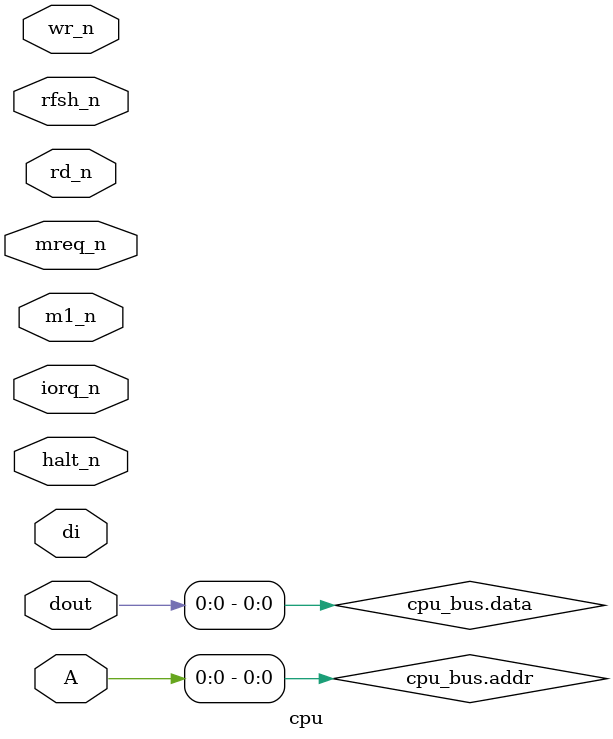
<source format=sv>
module cpu
(
    //Interface to verilate
    input        mreq_n /* verilator public */,
    input        iorq_n /* verilator public */,
    input        rd_n /* verilator public */,
    input        wr_n /* verilator public */,
    input        halt_n /* verilator public */,
    input        rfsh_n /* verilator public */,
    input        m1_n /* verilator public */,
    input  [7:0] dout /* verilator public */,
    input [15:0] A /* verilator public */,
    
    //input
    input  [7:0] di /* verilator public */,
    
    //output
    cpu_bus_if.cpu_mp cpu_bus
);

logic iack;
always @(posedge cpu_bus.clk) begin
    if (cpu_bus.reset) iack <= 0;
    else begin
        if (iorq_n  & mreq_n)
            iack <= 0;
        else
            if (req)
                iack <= 1;
    end
end

wire req = ~((iorq_n & mreq_n) | (wr_n & rd_n) | iack);


  assign cpu_bus.mreq = ~mreq_n;
  assign cpu_bus.iorq = ~iorq_n;
  assign cpu_bus.rd = ~rd_n;
  assign cpu_bus.wr = ~wr_n;
  assign cpu_bus.halt = ~halt_n;
  assign cpu_bus.rfsh = ~rfsh_n;
  assign cpu_bus.addr = A;
  assign cpu_bus.data = dout;
  assign cpu_bus.m1  = ~m1_n;
  assign cpu_bus.req = req;

endmodule
</source>
